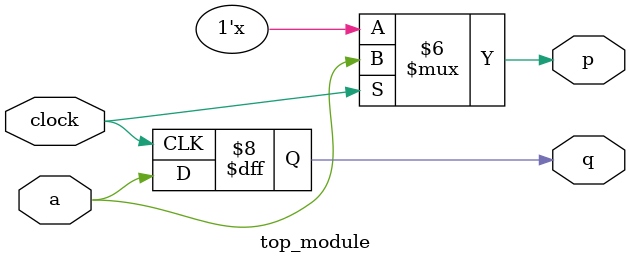
<source format=v>
module top_module (
    input clock,
    input a,
    output p,
    output q );

    initial
        q <= 1'b0;
    
    always @(clock)
        if(clock == 1)
            p = a;
    	else
            p = p;
    
    always @(negedge clock)
        q = a;
endmodule


</source>
